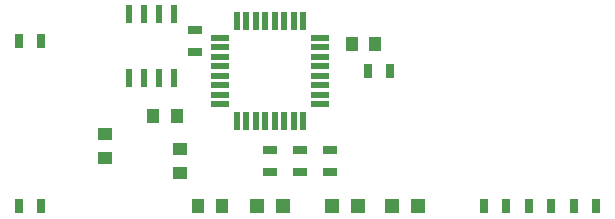
<source format=gtp>
G04 #@! TF.GenerationSoftware,KiCad,Pcbnew,(5.1.4-0-10_14)*
G04 #@! TF.CreationDate,2020-01-14T22:26:38-05:00*
G04 #@! TF.ProjectId,Steering,53746565-7269-46e6-972e-6b696361645f,rev?*
G04 #@! TF.SameCoordinates,Original*
G04 #@! TF.FileFunction,Paste,Top*
G04 #@! TF.FilePolarity,Positive*
%FSLAX46Y46*%
G04 Gerber Fmt 4.6, Leading zero omitted, Abs format (unit mm)*
G04 Created by KiCad (PCBNEW (5.1.4-0-10_14)) date 2020-01-14 22:26:38*
%MOMM*%
%LPD*%
G04 APERTURE LIST*
%ADD10R,1.000000X1.250000*%
%ADD11R,1.250000X1.000000*%
%ADD12R,1.200000X1.200000*%
%ADD13R,0.700000X1.300000*%
%ADD14R,1.300000X0.700000*%
%ADD15R,0.600000X1.550000*%
%ADD16R,1.600000X0.550000*%
%ADD17R,0.550000X1.600000*%
G04 APERTURE END LIST*
D10*
X120380000Y-48260000D03*
X118380000Y-48260000D03*
D11*
X114300000Y-49800000D03*
X114300000Y-51800000D03*
D10*
X137194800Y-42164000D03*
X135194800Y-42164000D03*
X124190000Y-55880000D03*
X122190000Y-55880000D03*
D11*
X120650000Y-53070000D03*
X120650000Y-51070000D03*
D12*
X140800000Y-55880000D03*
X138600000Y-55880000D03*
X135720000Y-55880000D03*
X133520000Y-55880000D03*
X129370000Y-55880000D03*
X127170000Y-55880000D03*
D13*
X108900000Y-55880000D03*
X107000000Y-55880000D03*
X108900000Y-41910000D03*
X107000000Y-41910000D03*
X153990000Y-55880000D03*
X155890000Y-55880000D03*
D14*
X133350000Y-53020000D03*
X133350000Y-51120000D03*
D13*
X152080000Y-55880000D03*
X150180000Y-55880000D03*
D14*
X130810000Y-51120000D03*
X130810000Y-53020000D03*
X128270000Y-51120000D03*
X128270000Y-53020000D03*
D13*
X146370000Y-55880000D03*
X148270000Y-55880000D03*
X138430000Y-44450000D03*
X136530000Y-44450000D03*
D14*
X121920000Y-40960000D03*
X121920000Y-42860000D03*
D15*
X116306600Y-45016400D03*
X117576600Y-45016400D03*
X118846600Y-45016400D03*
X120116600Y-45016400D03*
X120116600Y-39616400D03*
X118846600Y-39616400D03*
X117576600Y-39616400D03*
X116306600Y-39616400D03*
D16*
X124020000Y-41650000D03*
X124020000Y-42450000D03*
X124020000Y-43250000D03*
X124020000Y-44050000D03*
X124020000Y-44850000D03*
X124020000Y-45650000D03*
X124020000Y-46450000D03*
X124020000Y-47250000D03*
D17*
X125470000Y-48700000D03*
X126270000Y-48700000D03*
X127070000Y-48700000D03*
X127870000Y-48700000D03*
X128670000Y-48700000D03*
X129470000Y-48700000D03*
X130270000Y-48700000D03*
X131070000Y-48700000D03*
D16*
X132520000Y-47250000D03*
X132520000Y-46450000D03*
X132520000Y-45650000D03*
X132520000Y-44850000D03*
X132520000Y-44050000D03*
X132520000Y-43250000D03*
X132520000Y-42450000D03*
X132520000Y-41650000D03*
D17*
X131070000Y-40200000D03*
X130270000Y-40200000D03*
X129470000Y-40200000D03*
X128670000Y-40200000D03*
X127870000Y-40200000D03*
X127070000Y-40200000D03*
X126270000Y-40200000D03*
X125470000Y-40200000D03*
M02*

</source>
